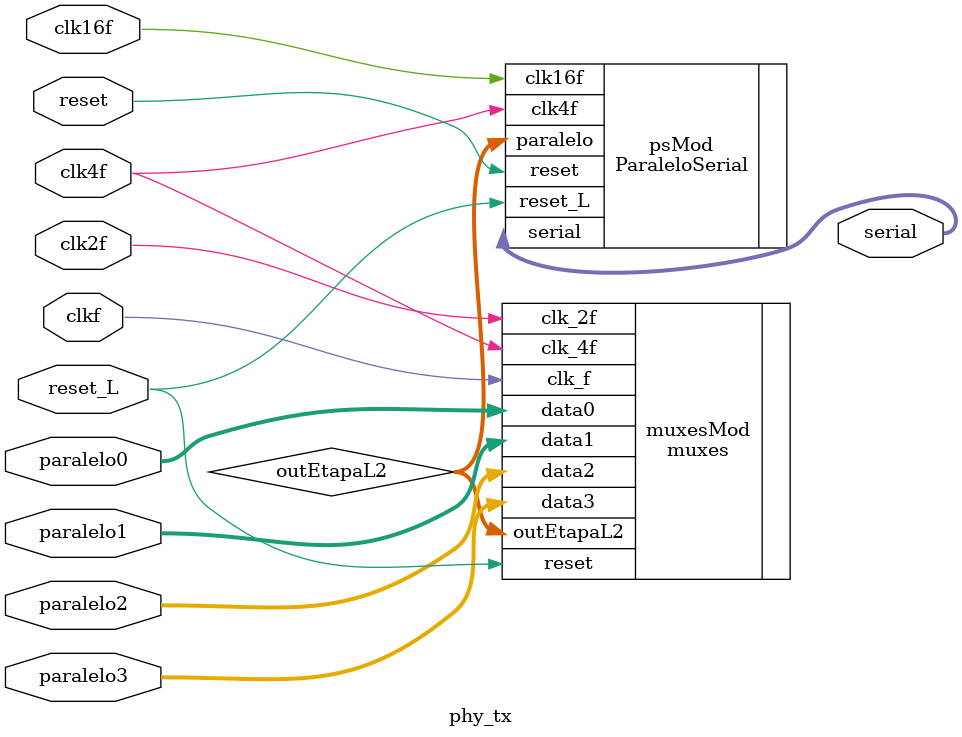
<source format=v>
`include "ParaleloSerial.v"
`include "muxes.v"

module phy_tx	(			
							input 				clk16f,
							input 				clk4f,
							input 				clk2f,
							input				clkf,
							input 				reset,
							input 				reset_L,
							input [8:0] 		paralelo0,
							input [8:0] 		paralelo1,
							input [8:0] 		paralelo2,
							input [8:0] 		paralelo3,
							output[1:0]	         serial
						);

wire [8:0] outEtapaL2;
wire [8:0] paralelo0,paralelo1,paralelo2,paralelo3;
wire [1:0] serial;


	muxes muxesMod 	(/*autoinst*/
    .clk_f                          (clkf                                       ), // input 
    .clk_2f                         (clk2f                                      ), // input 
    .clk_4f                         (clk4f                                      ), // input 
    .reset                          (reset_L                                    ), // input 
    .data0                          (paralelo0[8:0]                             ), // input 
    .data1                          (paralelo1[8:0]                             ), // input 
    .data2                          (paralelo2[8:0]                             ), // input 
    .data3                          (paralelo3[8:0]                             ), // input 
    .outEtapaL2                     (outEtapaL2[8:0]                            )  // output
);

    ParaleloSerial  psMod   (/*autoinst*/
    .clk16f                         (clk16f                                     ), // input 
    .clk4f                          (clk4f                                      ), // input 
    .reset                          (reset                                      ), // input 
    .reset_L                        (reset_L                                    ), // input 
    .paralelo                       (outEtapaL2[8:0]                            ), // input 
    .serial                         (serial[1:0]                                )  // output
);

endmodule 

</source>
